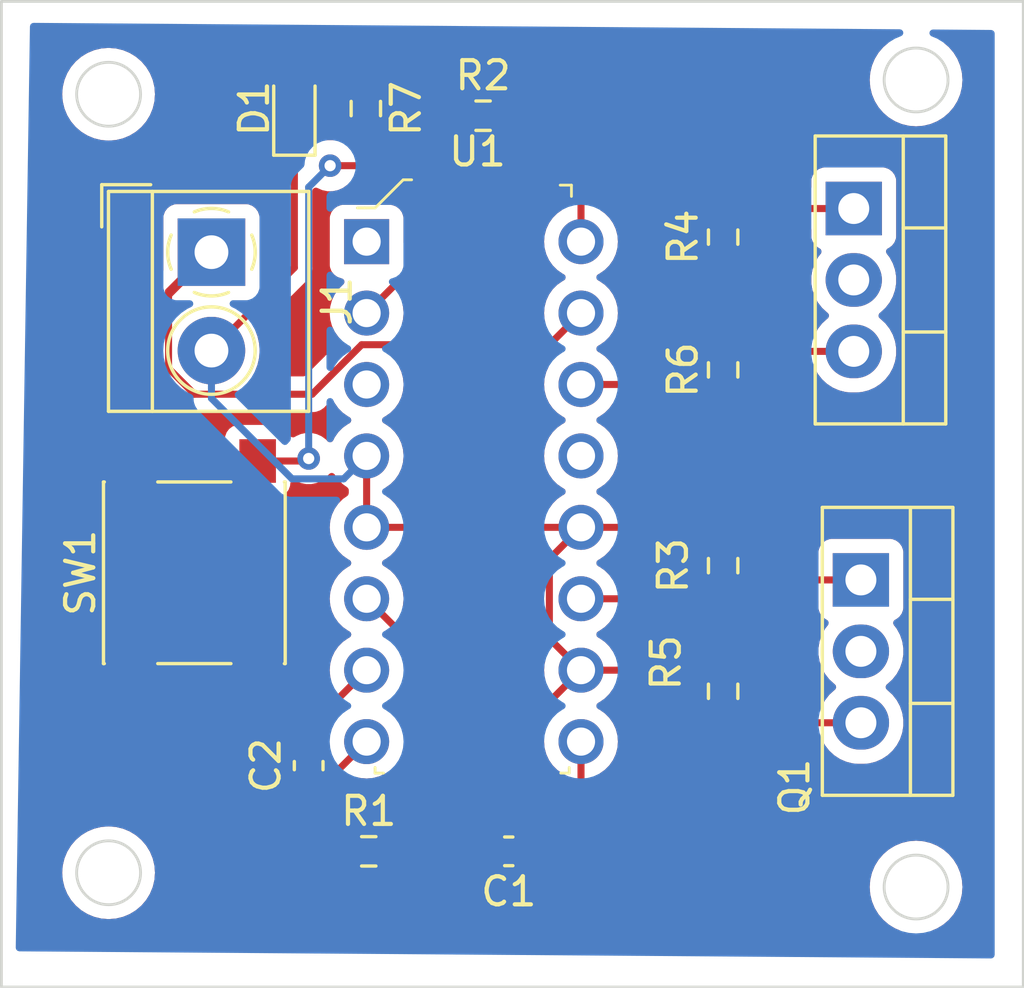
<source format=kicad_pcb>
(kicad_pcb (version 20220308) (generator pcbnew)
  (layers (0 "F.Cu" signal) (31 "B.Cu" signal) (34 "B.Paste" user) (35 "F.Paste" user) (36 "B.SilkS" user "B.Silkscreen") (37 "F.SilkS" user "F.Silkscreen") (38 "B.Mask" user) (39 "F.Mask" user) (44 "Edge.Cuts" user))
  (net 0 "")
  (net 1 "Net-(U1-COMP)")
  (net 2 "GND")
  (net 3 "Net-(U1-DIS)")
  (net 4 "Net-(Q1-G)")
  (net 5 "/OSC1")
  (net 6 "Net-(Q2-G)")
  (net 7 "/OSC2")
  (net 8 "Net-(U1-RT)")
  (net 9 "Net-(U1-N_I_IN)")
  (net 10 "Net-(U1-VREF)")
  (net 11 "Net-(U1-OUT_A)")
  (net 12 "Net-(U1-OUT_B)")
  (net 13 "/sensor")
  (net 15 "Net-(D1-A)")
  (net 16 "Net-(J1-Pin_1)")
  (net 17 "Net-(R7-Pad2)")
  (footprint "Capacitor_SMD:C_0603_1608Metric_Pad1.08x0.95mm_HandSolder" (layer "F.Cu") (at 131.318 85.09 180)
    (fp_text reference "C1" (at 0 -1.43) (layer "F.SilkS"))
    (fp_text value "10uF")
    (fp_line (start -0.146267 -0.51) (end 0.146267 -0.51) (stroke (width 0.12)) (layer "F.SilkS"))
    (fp_line (start -0.146267 0.51) (end 0.146267 0.51) (stroke (width 0.12)) (layer "F.SilkS"))
    (pad "1" smd roundrect (at -0.8625 0 180) (size 1.075 0.95) (layers "F.Cu" "F.Paste" "F.Mask") (net 1 "Net-(U1-COMP)"))
    (pad "2" smd roundrect (at 0.8625 0 180) (size 1.075 0.95) (layers "F.Cu" "F.Paste" "F.Mask") (net 2 "GND"))
  )
  (footprint "Button_Switch_SMD:SW_Push_1P1T_NO_6x6mm_H9.5mm" (layer "F.Cu") (at 120.142 75.184 90)
    (fp_text reference "SW1" (at 0 -4.05 90) (layer "F.SilkS"))
    (fp_text value "SW_Push")
    (fp_line (start -3.23 -3.23) (end 3.23 -3.23) (stroke (width 0.12)) (layer "F.SilkS"))
    (fp_line (start -3.23 -3.2) (end -3.23 -3.23) (stroke (width 0.12)) (layer "F.SilkS"))
    (fp_line (start -3.23 -1.3) (end -3.23 1.3) (stroke (width 0.12)) (layer "F.SilkS"))
    (fp_line (start -3.23 3.23) (end -3.23 3.2) (stroke (width 0.12)) (layer "F.SilkS"))
    (fp_line (start -3.23 3.23) (end 3.23 3.23) (stroke (width 0.12)) (layer "F.SilkS"))
    (fp_line (start 3.23 -3.23) (end 3.23 -3.2) (stroke (width 0.12)) (layer "F.SilkS"))
    (fp_line (start 3.23 -1.3) (end 3.23 1.3) (stroke (width 0.12)) (layer "F.SilkS"))
    (fp_line (start 3.23 3.23) (end 3.23 3.2) (stroke (width 0.12)) (layer "F.SilkS"))
    (pad "1" smd rect (at -3.975 -2.25 90) (size 1.55 1.3) (layers "F.Cu" "F.Paste" "F.Mask") (net 16 "Net-(J1-Pin_1)"))
    (pad "1" smd rect (at 3.975 -2.25 90) (size 1.55 1.3) (layers "F.Cu" "F.Paste" "F.Mask") (net 16 "Net-(J1-Pin_1)"))
    (pad "2" smd rect (at -3.975 2.25 90) (size 1.55 1.3) (layers "F.Cu" "F.Paste" "F.Mask") (net 17 "Net-(R7-Pad2)"))
    (pad "2" smd rect (at 3.975 2.25 90) (size 1.55 1.3) (layers "F.Cu" "F.Paste" "F.Mask") (net 17 "Net-(R7-Pad2)"))
  )
  (footprint "LED_SMD:LED_0603_1608Metric_Pad1.05x0.95mm_HandSolder" (layer "F.Cu") (at 123.698 58.674 90)
    (fp_text reference "D1" (at 0 -1.43 90) (layer "F.SilkS"))
    (fp_text value "LED")
    (fp_line (start -1.66 -0.735) (end -1.66 0.735) (stroke (width 0.12)) (layer "F.SilkS"))
    (fp_line (start -1.66 0.735) (end 0.8 0.735) (stroke (width 0.12)) (layer "F.SilkS"))
    (fp_line (start 0.8 -0.735) (end -1.66 -0.735) (stroke (width 0.12)) (layer "F.SilkS"))
    (pad "1" smd roundrect (at -0.875 0 90) (size 1.05 0.95) (layers "F.Cu" "F.Paste" "F.Mask") (net 2 "GND"))
    (pad "2" smd roundrect (at 0.875 0 90) (size 1.05 0.95) (layers "F.Cu" "F.Paste" "F.Mask") (net 15 "Net-(D1-A)"))
  )
  (footprint "Resistor_SMD:R_0603_1608Metric_Pad0.98x0.95mm_HandSolder" (layer "F.Cu") (at 126.238 58.674 -90)
    (fp_text reference "R7" (at 0 -1.43 90) (layer "F.SilkS"))
    (fp_text value "1k")
    (fp_line (start -0.254724 -0.5225) (end 0.254724 -0.5225) (stroke (width 0.12)) (layer "F.SilkS"))
    (fp_line (start -0.254724 0.5225) (end 0.254724 0.5225) (stroke (width 0.12)) (layer "F.SilkS"))
    (pad "1" smd roundrect (at -0.9125 0 270) (size 0.975 0.95) (layers "F.Cu" "F.Paste" "F.Mask") (net 15 "Net-(D1-A)"))
    (pad "2" smd roundrect (at 0.9125 0 270) (size 0.975 0.95) (layers "F.Cu" "F.Paste" "F.Mask") (net 17 "Net-(R7-Pad2)"))
  )
  (footprint "Resistor_SMD:R_0603_1608Metric_Pad0.98x0.95mm_HandSolder" (layer "F.Cu") (at 138.938 67.9685 90)
    (fp_text reference "R6" (at 0 -1.43 90) (layer "F.SilkS"))
    (fp_text value "22K")
    (fp_line (start -0.254724 -0.5225) (end 0.254724 -0.5225) (stroke (width 0.12)) (layer "F.SilkS"))
    (fp_line (start -0.254724 0.5225) (end 0.254724 0.5225) (stroke (width 0.12)) (layer "F.SilkS"))
    (pad "1" smd roundrect (at -0.9125 0 90) (size 0.975 0.95) (layers "F.Cu" "F.Paste" "F.Mask") (net 6 "Net-(Q2-G)"))
    (pad "2" smd roundrect (at 0.9125 0 90) (size 0.975 0.95) (layers "F.Cu" "F.Paste" "F.Mask") (net 2 "GND"))
  )
  (footprint "Resistor_SMD:R_0603_1608Metric_Pad0.98x0.95mm_HandSolder" (layer "F.Cu") (at 126.3415 85.09)
    (fp_text reference "R1" (at 0 -1.43) (layer "F.SilkS"))
    (fp_text value "470K")
    (fp_line (start -0.254724 -0.5225) (end 0.254724 -0.5225) (stroke (width 0.12)) (layer "F.SilkS"))
    (fp_line (start -0.254724 0.5225) (end 0.254724 0.5225) (stroke (width 0.12)) (layer "F.SilkS"))
    (pad "1" smd roundrect (at -0.9125 0) (size 0.975 0.95) (layers "F.Cu" "F.Paste" "F.Mask") (net 8 "Net-(U1-RT)"))
    (pad "2" smd roundrect (at 0.9125 0) (size 0.975 0.95) (layers "F.Cu" "F.Paste" "F.Mask") (net 2 "GND"))
  )
  (footprint "Resistor_SMD:R_0603_1608Metric_Pad0.98x0.95mm_HandSolder" (layer "F.Cu") (at 138.938 63.246 90)
    (fp_text reference "R4" (at 0 -1.43 90) (layer "F.SilkS"))
    (fp_text value "1K")
    (fp_line (start -0.254724 -0.5225) (end 0.254724 -0.5225) (stroke (width 0.12)) (layer "F.SilkS"))
    (fp_line (start -0.254724 0.5225) (end 0.254724 0.5225) (stroke (width 0.12)) (layer "F.SilkS"))
    (pad "1" smd roundrect (at -0.9125 0 90) (size 0.975 0.95) (layers "F.Cu" "F.Paste" "F.Mask") (net 12 "Net-(U1-OUT_B)"))
    (pad "2" smd roundrect (at 0.9125 0 90) (size 0.975 0.95) (layers "F.Cu" "F.Paste" "F.Mask") (net 6 "Net-(Q2-G)"))
  )
  (footprint "Package_TO_SOT_THT:TO-220-3_Vertical" (layer "F.Cu") (at 143.835 75.438 -90)
    (fp_text reference "Q1" (at 7.366 2.357 90) (layer "F.SilkS"))
    (fp_text value "IRF3205")
    (fp_line (start -2.58 -3.27) (end -2.58 1.371) (stroke (width 0.12)) (layer "F.SilkS"))
    (fp_line (start -2.58 -3.27) (end 7.66 -3.27) (stroke (width 0.12)) (layer "F.SilkS"))
    (fp_line (start -2.58 -1.76) (end 7.66 -1.76) (stroke (width 0.12)) (layer "F.SilkS"))
    (fp_line (start -2.58 1.371) (end 7.66 1.371) (stroke (width 0.12)) (layer "F.SilkS"))
    (fp_line (start 0.69 -3.27) (end 0.69 -1.76) (stroke (width 0.12)) (layer "F.SilkS"))
    (fp_line (start 4.391 -3.27) (end 4.391 -1.76) (stroke (width 0.12)) (layer "F.SilkS"))
    (fp_line (start 7.66 -3.27) (end 7.66 1.371) (stroke (width 0.12)) (layer "F.SilkS"))
    (pad "1" thru_hole rect (at 0 0 270) (size 1.905 2) (drill 1.1) (layers *.Cu *.Mask) (net 4 "Net-(Q1-G)"))
    (pad "2" thru_hole oval (at 2.54 0 270) (size 1.905 2) (drill 1.1) (layers *.Cu *.Mask) (net 5 "/OSC1"))
    (pad "3" thru_hole oval (at 5.08 0 270) (size 1.905 2) (drill 1.1) (layers *.Cu *.Mask) (net 2 "GND"))
  )
  (footprint "digikey-footprints:DIP-16_W7.62mm" (layer "F.Cu") (at 126.266 63.408)
    (fp_text reference "U1" (at 3.94 -3.2) (layer "F.SilkS"))
    (fp_text value "SG3525AN")
    (fp_line (start -0.08 -1.2) (end -0.33 -1.2) (stroke (width 0.1)) (layer "F.SilkS"))
    (fp_line (start 0.3 -1.2) (end -0.07 -1.2) (stroke (width 0.1)) (layer "F.SilkS"))
    (fp_line (start 0.3 18.7) (end 0.3 18.9) (stroke (width 0.1)) (layer "F.SilkS"))
    (fp_line (start 0.3 18.9) (end 0.6 18.9) (stroke (width 0.1)) (layer "F.SilkS"))
    (fp_line (start 1.3 -2.2) (end 0.3 -1.2) (stroke (width 0.1)) (layer "F.SilkS"))
    (fp_line (start 1.6 -2.2) (end 1.3 -2.2) (stroke (width 0.1)) (layer "F.SilkS"))
    (fp_line (start 6.9 18.9) (end 7.2 18.9) (stroke (width 0.1)) (layer "F.SilkS"))
    (fp_line (start 7.2 18.9) (end 7.2 18.7) (stroke (width 0.1)) (layer "F.SilkS"))
    (fp_line (start 7.28 -2.01) (end 6.88 -2.01) (stroke (width 0.1)) (layer "F.SilkS"))
    (fp_line (start 7.28 -1.61) (end 7.28 -2.01) (stroke (width 0.1)) (layer "F.SilkS"))
    (pad "1" thru_hole rect locked (at 0 0) (size 1.6 1.6) (drill 1) (layers *.Cu *.Mask) (net 13 "/sensor"))
    (pad "2" thru_hole circle locked (at 0 2.54) (size 1.6 1.6) (drill 1) (layers *.Cu *.Mask) (net 9 "Net-(U1-N_I_IN)"))
    (pad "3" thru_hole circle locked (at 0 5.08) (size 1.6 1.6) (drill 1) (layers *.Cu *.Mask))
    (pad "4" thru_hole circle locked (at 0 7.62) (size 1.6 1.6) (drill 1) (layers *.Cu *.Mask) (net 2 "GND"))
    (pad "5" thru_hole circle locked (at 0 10.16) (size 1.6 1.6) (drill 1) (layers *.Cu *.Mask) (net 2 "GND"))
    (pad "6" thru_hole circle locked (at 0 12.7) (size 1.6 1.6) (drill 1) (layers *.Cu *.Mask) (net 8 "Net-(U1-RT)"))
    (pad "7" thru_hole circle locked (at 0 15.24) (size 1.6 1.6) (drill 1) (layers *.Cu *.Mask) (net 3 "Net-(U1-DIS)"))
    (pad "8" thru_hole circle locked (at 0 17.78) (size 1.6 1.6) (drill 1) (layers *.Cu *.Mask) (net 2 "GND"))
    (pad "9" thru_hole circle locked (at 7.62 17.78) (size 1.6 1.6) (drill 1) (layers *.Cu *.Mask) (net 1 "Net-(U1-COMP)"))
    (pad "10" thru_hole circle locked (at 7.62 15.24) (size 1.6 1.6) (drill 1) (layers *.Cu *.Mask) (net 2 "GND"))
    (pad "11" thru_hole circle locked (at 7.62 12.7) (size 1.6 1.6) (drill 1) (layers *.Cu *.Mask) (net 11 "Net-(U1-OUT_A)"))
    (pad "12" thru_hole circle locked (at 7.62 10.16) (size 1.6 1.6) (drill 1) (layers *.Cu *.Mask) (net 2 "GND"))
    (pad "13" thru_hole circle locked (at 7.62 7.62) (size 1.6 1.6) (drill 1) (layers *.Cu *.Mask))
    (pad "14" thru_hole circle locked (at 7.62 5.08) (size 1.6 1.6) (drill 1) (layers *.Cu *.Mask) (net 12 "Net-(U1-OUT_B)"))
    (pad "15" thru_hole circle locked (at 7.62 2.54) (size 1.6 1.6) (drill 1) (layers *.Cu *.Mask) (net 16 "Net-(J1-Pin_1)"))
    (pad "16" thru_hole circle locked (at 7.62 0) (size 1.6 1.6) (drill 1) (layers *.Cu *.Mask) (net 10 "Net-(U1-VREF)"))
  )
  (footprint "Resistor_SMD:R_0603_1608Metric_Pad0.98x0.95mm_HandSolder" (layer "F.Cu") (at 138.938 79.3985 -90)
    (fp_text reference "R5" (at -1.016 2.032 90) (layer "F.SilkS"))
    (fp_text value "22K")
    (fp_line (start -0.254724 -0.5225) (end 0.254724 -0.5225) (stroke (width 0.12)) (layer "F.SilkS"))
    (fp_line (start -0.254724 0.5225) (end 0.254724 0.5225) (stroke (width 0.12)) (layer "F.SilkS"))
    (pad "1" smd roundrect (at -0.9125 0 270) (size 0.975 0.95) (layers "F.Cu" "F.Paste" "F.Mask") (net 4 "Net-(Q1-G)"))
    (pad "2" smd roundrect (at 0.9125 0 270) (size 0.975 0.95) (layers "F.Cu" "F.Paste" "F.Mask") (net 2 "GND"))
  )
  (footprint "Resistor_SMD:R_0603_1608Metric_Pad0.98x0.95mm_HandSolder" (layer "F.Cu") (at 130.4055 58.928)
    (fp_text reference "R2" (at 0 -1.43) (layer "F.SilkS"))
    (fp_text value "10k")
    (fp_line (start -0.254724 -0.5225) (end 0.254724 -0.5225) (stroke (width 0.12)) (layer "F.SilkS"))
    (fp_line (start -0.254724 0.5225) (end 0.254724 0.5225) (stroke (width 0.12)) (layer "F.SilkS"))
    (pad "1" smd roundrect (at -0.9125 0) (size 0.975 0.95) (layers "F.Cu" "F.Paste" "F.Mask") (net 9 "Net-(U1-N_I_IN)"))
    (pad "2" smd roundrect (at 0.9125 0) (size 0.975 0.95) (layers "F.Cu" "F.Paste" "F.Mask") (net 10 "Net-(U1-VREF)"))
  )
  (footprint "TerminalBlock_4Ucon:TerminalBlock_4Ucon_1x02_P3.50mm_Horizontal" (layer "F.Cu") (at 120.75 63.782 -90)
    (fp_text reference "J1" (at 1.75 -4.46 90) (layer "F.SilkS"))
    (fp_text value "Conn_01x02_Male")
    (fp_line (start -2.4 2.16) (end -2.4 3.9) (stroke (width 0.12)) (layer "F.SilkS"))
    (fp_line (start -2.4 3.9) (end -0.9 3.9) (stroke (width 0.12)) (layer "F.SilkS"))
    (fp_line (start -2.16 -3.46) (end -2.16 3.66) (stroke (width 0.12)) (layer "F.SilkS"))
    (fp_line (start -2.16 -3.46) (end 5.66 -3.46) (stroke (width 0.12)) (layer "F.SilkS"))
    (fp_line (start -2.16 2.1) (end 5.66 2.1) (stroke (width 0.12)) (layer "F.SilkS"))
    (fp_line (start -2.16 3.66) (end 5.66 3.66) (stroke (width 0.12)) (layer "F.SilkS"))
    (fp_line (start 5.66 -3.46) (end 5.66 3.66) (stroke (width 0.12)) (layer "F.SilkS"))
    (fp_arc (start -1.432109 0.607742) (mid -1.555727 -0.00014) (end -1.432 -0.608) (stroke (width 0.12)) (layer "F.SilkS"))
    (fp_arc (start -0.607742 -1.432109) (mid 0.00014 -1.555727) (end 0.608 -1.432) (stroke (width 0.12)) (layer "F.SilkS"))
    (fp_arc (start 0.027011 1.555493) (mid -0.296984 1.527118) (end -0.608 1.432) (stroke (width 0.12)) (layer "F.SilkS"))
    (fp_arc (start 0.607587 1.431385) (mid 0.310017 1.523783) (end 0 1.555) (stroke (width 0.12)) (layer "F.SilkS"))
    (fp_arc (start 1.432109 -0.607742) (mid 1.555727 0.00014) (end 1.432 0.608) (stroke (width 0.12)) (layer "F.SilkS"))
    (fp_circle (center 3.5 0) (end 5.055 0) (stroke (width 0.12)) (fill none) (layer "F.SilkS"))
    (pad "1" thru_hole rect (at 0 0 270) (size 2.4 2.4) (drill 1.2) (layers *.Cu *.Mask) (net 16 "Net-(J1-Pin_1)"))
    (pad "2" thru_hole circle (at 3.5 0 270) (size 2.4 2.4) (drill 1.2) (layers *.Cu *.Mask) (net 2 "GND"))
  )
  (footprint "Package_TO_SOT_THT:TO-220-3_Vertical" (layer "F.Cu") (at 143.581 62.23 -90)
    (fp_text reference "Q2" hide)
    (fp_text value "IRF3205")
    (fp_line (start -2.58 -3.27) (end -2.58 1.371) (stroke (width 0.12)) (layer "F.SilkS"))
    (fp_line (start -2.58 -3.27) (end 7.66 -3.27) (stroke (width 0.12)) (layer "F.SilkS"))
    (fp_line (start -2.58 -1.76) (end 7.66 -1.76) (stroke (width 0.12)) (layer "F.SilkS"))
    (fp_line (start -2.58 1.371) (end 7.66 1.371) (stroke (width 0.12)) (layer "F.SilkS"))
    (fp_line (start 0.69 -3.27) (end 0.69 -1.76) (stroke (width 0.12)) (layer "F.SilkS"))
    (fp_line (start 4.391 -3.27) (end 4.391 -1.76) (stroke (width 0.12)) (layer "F.SilkS"))
    (fp_line (start 7.66 -3.27) (end 7.66 1.371) (stroke (width 0.12)) (layer "F.SilkS"))
    (pad "1" thru_hole rect (at 0 0 270) (size 1.905 2) (drill 1.1) (layers *.Cu *.Mask) (net 6 "Net-(Q2-G)"))
    (pad "2" thru_hole oval (at 2.54 0 270) (size 1.905 2) (drill 1.1) (layers *.Cu *.Mask) (net 7 "/OSC2"))
    (pad "3" thru_hole oval (at 5.08 0 270) (size 1.905 2) (drill 1.1) (layers *.Cu *.Mask) (net 2 "GND"))
  )
  (footprint "Capacitor_SMD:C_0603_1608Metric_Pad1.08x0.95mm_HandSolder" (layer "F.Cu") (at 124.206 82.042 -90)
    (fp_text reference "C2" (at 0 1.524 90) (layer "F.SilkS"))
    (fp_text value "56nF")
    (fp_line (start -0.146267 -0.51) (end 0.146267 -0.51) (stroke (width 0.12)) (layer "F.SilkS"))
    (fp_line (start -0.146267 0.51) (end 0.146267 0.51) (stroke (width 0.12)) (layer "F.SilkS"))
    (pad "1" smd roundrect (at -0.8625 0 270) (size 1.075 0.95) (layers "F.Cu" "F.Paste" "F.Mask") (net 3 "Net-(U1-DIS)"))
    (pad "2" smd roundrect (at 0.8625 0 270) (size 1.075 0.95) (layers "F.Cu" "F.Paste" "F.Mask") (net 2 "GND"))
  )
  (footprint "Resistor_SMD:R_0603_1608Metric_Pad0.98x0.95mm_HandSolder" (layer "F.Cu") (at 138.938 74.93 -90)
    (fp_text reference "R3" (at 0 1.778 90) (layer "F.SilkS"))
    (fp_text value "1K")
    (fp_line (start -0.254724 -0.5225) (end 0.254724 -0.5225) (stroke (width 0.12)) (layer "F.SilkS"))
    (fp_line (start -0.254724 0.5225) (end 0.254724 0.5225) (stroke (width 0.12)) (layer "F.SilkS"))
    (pad "1" smd roundrect (at -0.9125 0 270) (size 0.975 0.95) (layers "F.Cu" "F.Paste" "F.Mask") (net 11 "Net-(U1-OUT_A)"))
    (pad "2" smd roundrect (at 0.9125 0 270) (size 0.975 0.95) (layers "F.Cu" "F.Paste" "F.Mask") (net 4 "Net-(Q1-G)"))
  )
  (gr_circle (center 117.094 85.852) (end 118.11 86.36) (stroke (width 0.1)) (fill none) (layer "Edge.Cuts"))
  (gr_circle (center 145.796 86.36) (end 146.812 86.868) (stroke (width 0.1)) (fill none) (layer "Edge.Cuts"))
  (gr_circle (center 117.094 58.166) (end 118.11 58.674) (stroke (width 0.1)) (fill none) (layer "Edge.Cuts"))
  (gr_rect (start 113.284 54.864) (end 149.606 89.916) (stroke (width 0.1)) (fill none) (layer "Edge.Cuts"))
  (gr_circle (center 145.796 57.658) (end 146.812 58.166) (stroke (width 0.1)) (fill none) (layer "Edge.Cuts"))
  (segment (start 133.096 85.09) (end 132.1805 85.09) (width 0.25) (layer "F.Cu") (net 1))
  (segment (start 133.886 81.188) (end 133.886 84.3) (width 0.25) (layer "F.Cu") (net 1))
  (segment (start 133.886 84.3) (end 133.096 85.09) (width 0.25) (layer "F.Cu") (net 1))
  (segment (start 132.761489 77.523489) (end 133.886 78.648) (width 0.25) (layer "F.Cu") (net 2))
  (segment (start 130.4555 85.09) (end 130.4555 82.0785) (width 0.25) (layer "F.Cu") (net 2))
  (segment (start 138.938 80.311) (end 139.145 80.518) (width 0.25) (layer "F.Cu") (net 2))
  (segment (start 120.75 67.282) (end 123.698 64.334) (width 0.25) (layer "F.Cu") (net 2))
  (segment (start 139.145 80.518) (end 143.835 80.518) (width 0.25) (layer "F.Cu") (net 2))
  (segment (start 140.208 67.31) (end 139.192 67.31) (width 0.25) (layer "F.Cu") (net 2))
  (segment (start 135.798 78.648) (end 133.886 78.648) (width 0.25) (layer "F.Cu") (net 2))
  (segment (start 124.206 82.9045) (end 124.5495 82.9045) (width 0.25) (layer "F.Cu") (net 2))
  (segment (start 130.4555 82.0785) (end 133.886 78.648) (width 0.25) (layer "F.Cu") (net 2))
  (segment (start 127.254 85.09) (end 126.45448 85.88952) (width 0.25) (layer "F.Cu") (net 2))
  (segment (start 140.208 68.893316) (end 140.208 67.31) (width 0.25) (layer "F.Cu") (net 2))
  (segment (start 130.4555 85.09) (end 127.254 85.09) (width 0.25) (layer "F.Cu") (net 2))
  (segment (start 124.206 85.149316) (end 124.206 82.9045) (width 0.25) (layer "F.Cu") (net 2))
  (segment (start 126.45448 85.88952) (end 124.946204 85.88952) (width 0.25) (layer "F.Cu") (net 2))
  (segment (start 126.266 73.568) (end 133.886 73.568) (width 0.25) (layer "F.Cu") (net 2))
  (segment (start 135.533316 73.568) (end 140.208 68.893316) (width 0.25) (layer "F.Cu") (net 2))
  (segment (start 137.461 80.311) (end 135.798 78.648) (width 0.25) (layer "F.Cu") (net 2))
  (segment (start 143.581 67.31) (end 140.208 67.31) (width 0.25) (layer "F.Cu") (net 2))
  (segment (start 123.698 64.334) (end 123.698 59.182) (width 0.25) (layer "F.Cu") (net 2))
  (segment (start 132.761489 74.692511) (end 132.761489 77.523489) (width 0.25) (layer "F.Cu") (net 2))
  (segment (start 139.192 67.31) (end 138.938 67.056) (width 0.25) (layer "F.Cu") (net 2))
  (segment (start 133.886 73.568) (end 135.533316 73.568) (width 0.25) (layer "F.Cu") (net 2))
  (segment (start 133.886 73.568) (end 132.761489 74.692511) (width 0.25) (layer "F.Cu") (net 2))
  (segment (start 124.946204 85.88952) (end 124.206 85.149316) (width 0.25) (layer "F.Cu") (net 2))
  (segment (start 124.5495 82.9045) (end 126.266 81.188) (width 0.25) (layer "F.Cu") (net 2))
  (segment (start 138.938 80.311) (end 137.461 80.311) (width 0.25) (layer "F.Cu") (net 2))
  (segment (start 126.266 73.568) (end 126.266 71.028) (width 0.25) (layer "F.Cu") (net 2))
  (segment (start 120.75 67.282) (end 120.75 68.979056) (width 0.25) (layer "B.Cu") (net 2))
  (segment (start 120.75 68.979056) (end 123.615455 71.844511) (width 0.25) (layer "B.Cu") (net 2))
  (segment (start 123.615455 71.844511) (end 125.449489 71.844511) (width 0.25) (layer "B.Cu") (net 2))
  (segment (start 125.449489 71.844511) (end 126.266 71.028) (width 0.25) (layer "B.Cu") (net 2))
  (segment (start 124.206 81.1795) (end 124.206 80.708) (width 0.25) (layer "F.Cu") (net 3))
  (segment (start 124.206 80.708) (end 126.266 78.648) (width 0.25) (layer "F.Cu") (net 3))
  (segment (start 139.3425 75.438) (end 138.938 75.8425) (width 0.25) (layer "F.Cu") (net 4))
  (segment (start 138.938 75.8425) (end 138.938 78.486) (width 0.25) (layer "F.Cu") (net 4))
  (segment (start 143.835 75.438) (end 139.3425 75.438) (width 0.25) (layer "F.Cu") (net 4))
  (segment (start 138.938 68.881) (end 138.13848 68.08148) (width 0.25) (layer "F.Cu") (net 6))
  (segment (start 138.13848 66.33152) (end 140.716 63.754) (width 0.25) (layer "F.Cu") (net 6))
  (segment (start 140.716 63.754) (end 140.716 62.23) (width 0.25) (layer "F.Cu") (net 6))
  (segment (start 139.0415 62.23) (end 138.938 62.3335) (width 0.25) (layer "F.Cu") (net 6))
  (segment (start 140.716 62.23) (end 139.0415 62.23) (width 0.25) (layer "F.Cu") (net 6))
  (segment (start 138.13848 68.08148) (end 138.13848 66.33152) (width 0.25) (layer "F.Cu") (net 6))
  (segment (start 143.581 62.23) (end 140.716 62.23) (width 0.25) (layer "F.Cu") (net 6))
  (segment (start 127.762 82.757) (end 127.762 77.604) (width 0.25) (layer "F.Cu") (net 8))
  (segment (start 127.762 77.604) (end 126.266 76.108) (width 0.25) (layer "F.Cu") (net 8))
  (segment (start 125.429 85.09) (end 127.762 82.757) (width 0.25) (layer "F.Cu") (net 8))
  (segment (start 129.493 58.928) (end 129.493 62.721) (width 0.25) (layer "F.Cu") (net 9))
  (segment (start 129.493 62.721) (end 126.266 65.948) (width 0.25) (layer "F.Cu") (net 9))
  (segment (start 133.886 61.496) (end 133.886 63.408) (width 0.25) (layer "F.Cu") (net 10))
  (segment (start 131.318 58.928) (end 133.886 61.496) (width 0.25) (layer "F.Cu") (net 10))
  (segment (start 136.652 76.2) (end 136.56 76.108) (width 0.25) (layer "F.Cu") (net 11))
  (segment (start 138.8345 74.0175) (end 136.652 76.2) (width 0.25) (layer "F.Cu") (net 11))
  (segment (start 136.56 76.108) (end 133.886 76.108) (width 0.25) (layer "F.Cu") (net 11))
  (segment (start 138.938 74.0175) (end 138.8345 74.0175) (width 0.25) (layer "F.Cu") (net 11))
  (segment (start 137.252 68.488) (end 133.886 68.488) (width 0.25) (layer "F.Cu") (net 12))
  (segment (start 137.414 68.326) (end 137.252 68.488) (width 0.25) (layer "F.Cu") (net 12))
  (segment (start 138.938 64.1585) (end 137.414 65.6825) (width 0.25) (layer "F.Cu") (net 12))
  (segment (start 137.414 65.6825) (end 137.414 68.326) (width 0.25) (layer "F.Cu") (net 12))
  (segment (start 126.238 57.7615) (end 123.7355 57.7615) (width 0.25) (layer "F.Cu") (net 15))
  (segment (start 123.7355 57.7615) (end 123.698 57.799) (width 0.25) (layer "F.Cu") (net 15))
  (segment (start 120.722 63.754) (end 120.65 63.754) (width 0.25) (layer "F.Cu") (net 16))
  (segment (start 124.3297 68.834) (end 126.091189 67.072511) (width 0.25) (layer "F.Cu") (net 16))
  (segment (start 117.892 79.159) (end 117.892 71.209) (width 0.25) (layer "F.Cu") (net 16))
  (segment (start 119.225489 67.913474) (end 120.146015 68.834) (width 0.25) (layer "F.Cu") (net 16))
  (segment (start 117.892 66.64) (end 120.75 63.782) (width 0.25) (layer "F.Cu") (net 16))
  (segment (start 117.892 71.209) (end 117.892 66.64) (width 0.25) (layer "F.Cu") (net 16))
  (segment (start 132.761489 67.072511) (end 133.886 65.948) (width 0.25) (layer "F.Cu") (net 16))
  (segment (start 120.146015 68.834) (end 124.3297 68.834) (width 0.25) (layer "F.Cu") (net 16))
  (segment (start 120.65 63.754) (end 119.225489 65.178511) (width 0.25) (layer "F.Cu") (net 16))
  (segment (start 120.75 63.782) (end 120.722 63.754) (width 0.25) (layer "F.Cu") (net 16))
  (segment (start 119.225489 65.178511) (end 119.225489 67.913474) (width 0.25) (layer "F.Cu") (net 16))
  (segment (start 126.091189 67.072511) (end 132.761489 67.072511) (width 0.25) (layer "F.Cu") (net 16))
  (segment (start 126.238 60.706) (end 126.238 59.5865) (width 0.25) (layer "F.Cu") (net 17))
  (segment (start 124.206 71.12) (end 124.117 71.209) (width 0.25) (layer "F.Cu") (net 17))
  (segment (start 122.392 71.209) (end 124.117 71.209) (width 0.25) (layer "F.Cu") (net 17))
  (segment (start 122.392 79.159) (end 122.392 71.209) (width 0.25) (layer "F.Cu") (net 17))
  (segment (start 124.968 60.706) (end 126.238 60.706) (width 0.25) (layer "F.Cu") (net 17))
  (via (at 124.206 71.12) (size 0.8) (drill 0.4) (layers "F.Cu" "B.Cu") (net 17))
  (via (at 124.968 60.706) (size 0.8) (drill 0.4) (layers "F.Cu" "B.Cu") (net 17))
  (segment (start 124.206 71.12) (end 124.206 61.468) (width 0.25) (layer "B.Cu") (net 17))
  (segment (start 124.206 61.468) (end 124.968 60.706) (width 0.25) (layer "B.Cu") (net 17))
  (zone (net 0) (net_name "") (layer "F.Cu") (connect_pads (clearance 0.508)) (min_thickness 0.254) (fill yes (thermal_gap 0.508) (thermal_bridge_width 0.508) (island_removal_mode 2) (island_area_min 10))
    (polygon (pts (xy 148.336 88.138) (xy 114.3 88.138) (xy 114.3 56.134) (xy 148.336 56.134)))
  )
  (zone (net 0) (net_name "") (layer "B.Cu") (connect_pads (clearance 0.508)) (min_thickness 0.254) (fill yes (thermal_gap 0.508) (thermal_bridge_width 0.508) (island_removal_mode 2) (island_area_min 10))
    (polygon (pts (xy 148.59 55.88) (xy 148.59 88.9) (xy 113.792 88.646) (xy 114.3 55.626)))
  )
)
</source>
